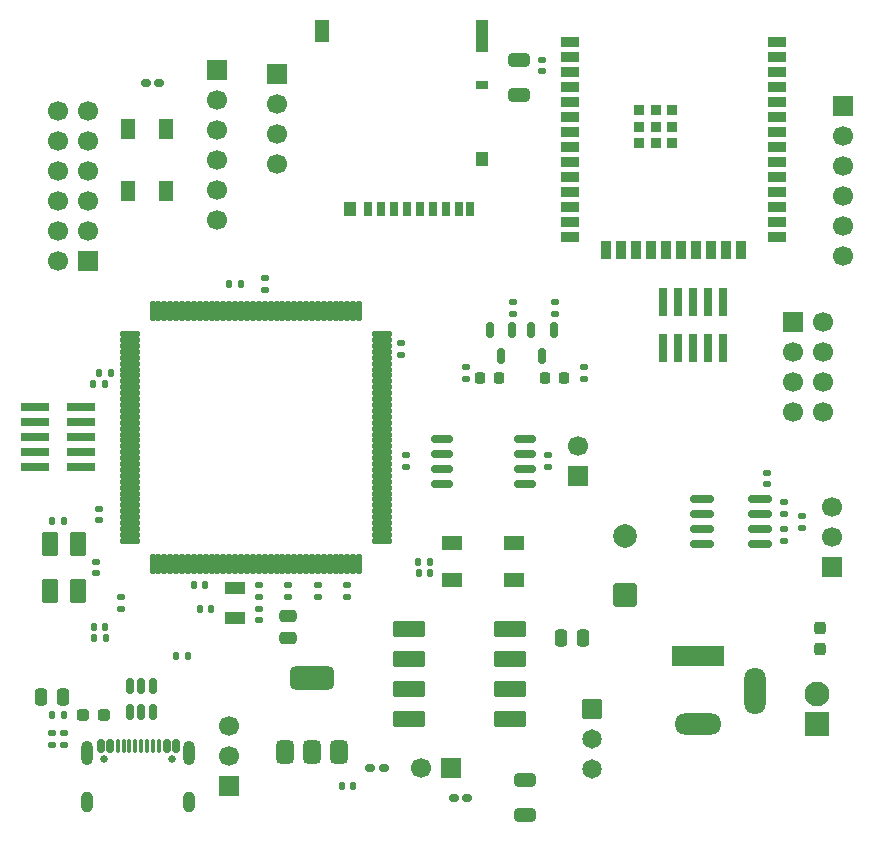
<source format=gbr>
%TF.GenerationSoftware,KiCad,Pcbnew,9.0.3*%
%TF.CreationDate,2025-07-13T20:53:51+12:00*%
%TF.ProjectId,RemiRAT,52656d69-5241-4542-9e6b-696361645f70,rev?*%
%TF.SameCoordinates,Original*%
%TF.FileFunction,Soldermask,Top*%
%TF.FilePolarity,Negative*%
%FSLAX46Y46*%
G04 Gerber Fmt 4.6, Leading zero omitted, Abs format (unit mm)*
G04 Created by KiCad (PCBNEW 9.0.3) date 2025-07-13 20:53:51*
%MOMM*%
%LPD*%
G01*
G04 APERTURE LIST*
G04 Aperture macros list*
%AMRoundRect*
0 Rectangle with rounded corners*
0 $1 Rounding radius*
0 $2 $3 $4 $5 $6 $7 $8 $9 X,Y pos of 4 corners*
0 Add a 4 corners polygon primitive as box body*
4,1,4,$2,$3,$4,$5,$6,$7,$8,$9,$2,$3,0*
0 Add four circle primitives for the rounded corners*
1,1,$1+$1,$2,$3*
1,1,$1+$1,$4,$5*
1,1,$1+$1,$6,$7*
1,1,$1+$1,$8,$9*
0 Add four rect primitives between the rounded corners*
20,1,$1+$1,$2,$3,$4,$5,0*
20,1,$1+$1,$4,$5,$6,$7,0*
20,1,$1+$1,$6,$7,$8,$9,0*
20,1,$1+$1,$8,$9,$2,$3,0*%
G04 Aperture macros list end*
%ADD10R,4.400000X1.800000*%
%ADD11O,4.000000X1.800000*%
%ADD12O,1.800000X4.000000*%
%ADD13R,1.700000X1.700000*%
%ADD14C,1.700000*%
%ADD15RoundRect,0.250000X0.250000X0.475000X-0.250000X0.475000X-0.250000X-0.475000X0.250000X-0.475000X0*%
%ADD16C,2.100000*%
%ADD17RoundRect,0.250001X0.799999X-0.799999X0.799999X0.799999X-0.799999X0.799999X-0.799999X-0.799999X0*%
%ADD18RoundRect,0.160000X-0.222500X-0.160000X0.222500X-0.160000X0.222500X0.160000X-0.222500X0.160000X0*%
%ADD19RoundRect,0.140000X0.170000X-0.140000X0.170000X0.140000X-0.170000X0.140000X-0.170000X-0.140000X0*%
%ADD20RoundRect,0.237500X-0.287500X-0.237500X0.287500X-0.237500X0.287500X0.237500X-0.287500X0.237500X0*%
%ADD21RoundRect,0.150000X-0.825000X-0.150000X0.825000X-0.150000X0.825000X0.150000X-0.825000X0.150000X0*%
%ADD22RoundRect,0.140000X-0.140000X-0.170000X0.140000X-0.170000X0.140000X0.170000X-0.140000X0.170000X0*%
%ADD23RoundRect,0.135000X0.185000X-0.135000X0.185000X0.135000X-0.185000X0.135000X-0.185000X-0.135000X0*%
%ADD24RoundRect,0.102000X0.500000X-0.775000X0.500000X0.775000X-0.500000X0.775000X-0.500000X-0.775000X0*%
%ADD25RoundRect,0.150000X-0.150000X0.512500X-0.150000X-0.512500X0.150000X-0.512500X0.150000X0.512500X0*%
%ADD26RoundRect,0.135000X0.135000X0.185000X-0.135000X0.185000X-0.135000X-0.185000X0.135000X-0.185000X0*%
%ADD27RoundRect,0.250000X-0.650000X0.325000X-0.650000X-0.325000X0.650000X-0.325000X0.650000X0.325000X0*%
%ADD28RoundRect,0.140000X0.140000X0.170000X-0.140000X0.170000X-0.140000X-0.170000X0.140000X-0.170000X0*%
%ADD29RoundRect,0.102000X-0.735000X-0.140000X0.735000X-0.140000X0.735000X0.140000X-0.735000X0.140000X0*%
%ADD30RoundRect,0.102000X-0.140000X-0.735000X0.140000X-0.735000X0.140000X0.735000X-0.140000X0.735000X0*%
%ADD31RoundRect,0.250000X0.750000X-0.750000X0.750000X0.750000X-0.750000X0.750000X-0.750000X-0.750000X0*%
%ADD32C,2.000000*%
%ADD33RoundRect,0.218750X-0.218750X-0.256250X0.218750X-0.256250X0.218750X0.256250X-0.218750X0.256250X0*%
%ADD34R,0.700000X1.200000*%
%ADD35R,1.000000X0.800000*%
%ADD36R,1.000000X1.200000*%
%ADD37R,1.000000X2.800000*%
%ADD38R,1.300000X1.900000*%
%ADD39RoundRect,0.140000X-0.170000X0.140000X-0.170000X-0.140000X0.170000X-0.140000X0.170000X0.140000X0*%
%ADD40RoundRect,0.375000X0.375000X-0.625000X0.375000X0.625000X-0.375000X0.625000X-0.375000X-0.625000X0*%
%ADD41RoundRect,0.500000X1.400000X-0.500000X1.400000X0.500000X-1.400000X0.500000X-1.400000X-0.500000X0*%
%ADD42RoundRect,0.135000X-0.135000X-0.185000X0.135000X-0.185000X0.135000X0.185000X-0.135000X0.185000X0*%
%ADD43RoundRect,0.237500X0.237500X-0.287500X0.237500X0.287500X-0.237500X0.287500X-0.237500X-0.287500X0*%
%ADD44RoundRect,0.250000X0.650000X-0.325000X0.650000X0.325000X-0.650000X0.325000X-0.650000X-0.325000X0*%
%ADD45RoundRect,0.218750X0.218750X0.256250X-0.218750X0.256250X-0.218750X-0.256250X0.218750X-0.256250X0*%
%ADD46RoundRect,0.102000X-0.600000X-0.900000X0.600000X-0.900000X0.600000X0.900000X-0.600000X0.900000X0*%
%ADD47C,0.650000*%
%ADD48RoundRect,0.150000X-0.150000X-0.425000X0.150000X-0.425000X0.150000X0.425000X-0.150000X0.425000X0*%
%ADD49RoundRect,0.075000X-0.075000X-0.500000X0.075000X-0.500000X0.075000X0.500000X-0.075000X0.500000X0*%
%ADD50O,1.000000X2.100000*%
%ADD51O,1.000000X1.800000*%
%ADD52R,0.740000X2.400000*%
%ADD53RoundRect,0.250000X-0.475000X0.250000X-0.475000X-0.250000X0.475000X-0.250000X0.475000X0.250000X0*%
%ADD54RoundRect,0.102000X-1.220000X-0.565000X1.220000X-0.565000X1.220000X0.565000X-1.220000X0.565000X0*%
%ADD55R,1.498600X0.889000*%
%ADD56R,0.889000X1.498600*%
%ADD57R,0.889000X0.889000*%
%ADD58RoundRect,0.135000X-0.185000X0.135000X-0.185000X-0.135000X0.185000X-0.135000X0.185000X0.135000X0*%
%ADD59RoundRect,0.102000X-0.724000X0.724000X-0.724000X-0.724000X0.724000X-0.724000X0.724000X0.724000X0*%
%ADD60C,1.652000*%
%ADD61RoundRect,0.150000X-0.800000X-0.150000X0.800000X-0.150000X0.800000X0.150000X-0.800000X0.150000X0*%
%ADD62R,2.400000X0.740000*%
%ADD63RoundRect,0.102000X0.775000X0.500000X-0.775000X0.500000X-0.775000X-0.500000X0.775000X-0.500000X0*%
%ADD64R,1.800000X1.000000*%
%ADD65RoundRect,0.150000X0.150000X-0.512500X0.150000X0.512500X-0.150000X0.512500X-0.150000X-0.512500X0*%
G04 APERTURE END LIST*
D10*
%TO.C,J15*%
X175700000Y-106000000D03*
D11*
X175700000Y-111800000D03*
D12*
X180500000Y-109000000D03*
%TD*%
D13*
%TO.C,J14*%
X154775000Y-115500000D03*
D14*
X152235000Y-115500000D03*
%TD*%
D15*
%TO.C,C12*%
X164050000Y-104500000D03*
X165950000Y-104500000D03*
%TD*%
D16*
%TO.C,J10*%
X185800000Y-109230000D03*
D17*
X185800000Y-111770000D03*
%TD*%
D18*
%TO.C,F5*%
X155000000Y-118000000D03*
X156145000Y-118000000D03*
%TD*%
D19*
%TO.C,C25*%
X181500000Y-91480000D03*
X181500000Y-90520000D03*
%TD*%
D20*
%TO.C,F1*%
X123625000Y-111000000D03*
X125375000Y-111000000D03*
%TD*%
D21*
%TO.C,U5*%
X176025000Y-92730000D03*
X176025000Y-94000000D03*
X176025000Y-95270000D03*
X176025000Y-96540000D03*
X180975000Y-96540000D03*
X180975000Y-95270000D03*
X180975000Y-94000000D03*
X180975000Y-92730000D03*
%TD*%
D22*
%TO.C,C5*%
X121020000Y-94600000D03*
X121980000Y-94600000D03*
%TD*%
D23*
%TO.C,R11*%
X160050000Y-77010000D03*
X160050000Y-75990000D03*
%TD*%
D19*
%TO.C,C6*%
X138500000Y-102980000D03*
X138500000Y-102020000D03*
%TD*%
D24*
%TO.C,S3*%
X127400000Y-66625000D03*
X127400000Y-61375000D03*
X130600000Y-66625000D03*
X130600000Y-61375000D03*
%TD*%
D23*
%TO.C,R2*%
X121000000Y-113510000D03*
X121000000Y-112490000D03*
%TD*%
D25*
%TO.C,Q2*%
X159950000Y-78362500D03*
X158050000Y-78362500D03*
X159000000Y-80637500D03*
%TD*%
D23*
%TO.C,R17*%
X183000000Y-94000000D03*
X183000000Y-92980000D03*
%TD*%
D26*
%TO.C,R5*%
X153010000Y-98000000D03*
X151990000Y-98000000D03*
%TD*%
D19*
%TO.C,C21*%
X150500000Y-80480000D03*
X150500000Y-79520000D03*
%TD*%
D27*
%TO.C,C8*%
X160500000Y-55525000D03*
X160500000Y-58475000D03*
%TD*%
D28*
%TO.C,C23*%
X125500000Y-103515000D03*
X124540000Y-103515000D03*
%TD*%
D29*
%TO.C,U1*%
X127580000Y-78750000D03*
X127580000Y-79250000D03*
X127580000Y-79750000D03*
X127580000Y-80250000D03*
X127580000Y-80750000D03*
X127580000Y-81250000D03*
X127580000Y-81750000D03*
X127580000Y-82250000D03*
X127580000Y-82750000D03*
X127580000Y-83250000D03*
X127580000Y-83750000D03*
X127580000Y-84250000D03*
X127580000Y-84750000D03*
X127580000Y-85250000D03*
X127580000Y-85750000D03*
X127580000Y-86250000D03*
X127580000Y-86750000D03*
X127580000Y-87250000D03*
X127580000Y-87750000D03*
X127580000Y-88250000D03*
X127580000Y-88750000D03*
X127580000Y-89250000D03*
X127580000Y-89750000D03*
X127580000Y-90250000D03*
X127580000Y-90750000D03*
X127580000Y-91250000D03*
X127580000Y-91750000D03*
X127580000Y-92250000D03*
X127580000Y-92750000D03*
X127580000Y-93250000D03*
X127580000Y-93750000D03*
X127580000Y-94250000D03*
X127580000Y-94750000D03*
X127580000Y-95250000D03*
X127580000Y-95750000D03*
X127580000Y-96250000D03*
D30*
X129500000Y-98170000D03*
X130000000Y-98170000D03*
X130500000Y-98170000D03*
X131000000Y-98170000D03*
X131500000Y-98170000D03*
X132000000Y-98170000D03*
X132500000Y-98170000D03*
X133000000Y-98170000D03*
X133500000Y-98170000D03*
X134000000Y-98170000D03*
X134500000Y-98170000D03*
X135000000Y-98170000D03*
X135500000Y-98170000D03*
X136000000Y-98170000D03*
X136500000Y-98170000D03*
X137000000Y-98170000D03*
X137500000Y-98170000D03*
X138000000Y-98170000D03*
X138500000Y-98170000D03*
X139000000Y-98170000D03*
X139500000Y-98170000D03*
X140000000Y-98170000D03*
X140500000Y-98170000D03*
X141000000Y-98170000D03*
X141500000Y-98170000D03*
X142000000Y-98170000D03*
X142500000Y-98170000D03*
X143000000Y-98170000D03*
X143500000Y-98170000D03*
X144000000Y-98170000D03*
X144500000Y-98170000D03*
X145000000Y-98170000D03*
X145500000Y-98170000D03*
X146000000Y-98170000D03*
X146500000Y-98170000D03*
X147000000Y-98170000D03*
D29*
X148920000Y-96250000D03*
X148920000Y-95750000D03*
X148920000Y-95250000D03*
X148920000Y-94750000D03*
X148920000Y-94250000D03*
X148920000Y-93750000D03*
X148920000Y-93250000D03*
X148920000Y-92750000D03*
X148920000Y-92250000D03*
X148920000Y-91750000D03*
X148920000Y-91250000D03*
X148920000Y-90750000D03*
X148920000Y-90250000D03*
X148920000Y-89750000D03*
X148920000Y-89250000D03*
X148920000Y-88750000D03*
X148920000Y-88250000D03*
X148920000Y-87750000D03*
X148920000Y-87250000D03*
X148920000Y-86750000D03*
X148920000Y-86250000D03*
X148920000Y-85750000D03*
X148920000Y-85250000D03*
X148920000Y-84750000D03*
X148920000Y-84250000D03*
X148920000Y-83750000D03*
X148920000Y-83250000D03*
X148920000Y-82750000D03*
X148920000Y-82250000D03*
X148920000Y-81750000D03*
X148920000Y-81250000D03*
X148920000Y-80750000D03*
X148920000Y-80250000D03*
X148920000Y-79750000D03*
X148920000Y-79250000D03*
X148920000Y-78750000D03*
D30*
X147000000Y-76830000D03*
X146500000Y-76830000D03*
X146000000Y-76830000D03*
X145500000Y-76830000D03*
X145000000Y-76830000D03*
X144500000Y-76830000D03*
X144000000Y-76830000D03*
X143500000Y-76830000D03*
X143000000Y-76830000D03*
X142500000Y-76830000D03*
X142000000Y-76830000D03*
X141500000Y-76830000D03*
X141000000Y-76830000D03*
X140500000Y-76830000D03*
X140000000Y-76830000D03*
X139500000Y-76830000D03*
X139000000Y-76830000D03*
X138500000Y-76830000D03*
X138000000Y-76830000D03*
X137500000Y-76830000D03*
X137000000Y-76830000D03*
X136500000Y-76830000D03*
X136000000Y-76830000D03*
X135500000Y-76830000D03*
X135000000Y-76830000D03*
X134500000Y-76830000D03*
X134000000Y-76830000D03*
X133500000Y-76830000D03*
X133000000Y-76830000D03*
X132500000Y-76830000D03*
X132000000Y-76830000D03*
X131500000Y-76830000D03*
X131000000Y-76830000D03*
X130500000Y-76830000D03*
X130000000Y-76830000D03*
X129500000Y-76830000D03*
%TD*%
D31*
%TO.C,C11*%
X169500000Y-100867677D03*
D32*
X169500000Y-95867677D03*
%TD*%
D33*
%TO.C,LD1*%
X162762500Y-82500000D03*
X164337500Y-82500000D03*
%TD*%
D34*
%TO.C,J4*%
X147755000Y-68190000D03*
X148855000Y-68190000D03*
X149955000Y-68190000D03*
X151055000Y-68190000D03*
X152155000Y-68190000D03*
X153255000Y-68190000D03*
X154355000Y-68190000D03*
X155455000Y-68190000D03*
X156405000Y-68190000D03*
D35*
X157355000Y-57690000D03*
D36*
X157355000Y-63890000D03*
D37*
X157355000Y-53540000D03*
D36*
X146205000Y-68190000D03*
D38*
X143855000Y-53090000D03*
%TD*%
D39*
%TO.C,C7*%
X138500000Y-100020000D03*
X138500000Y-100980000D03*
%TD*%
D40*
%TO.C,VR1*%
X140700000Y-114150000D03*
X143000000Y-114150000D03*
X145300000Y-114150000D03*
D41*
X143000000Y-107850000D03*
%TD*%
D42*
%TO.C,R4*%
X131490000Y-106000000D03*
X132510000Y-106000000D03*
%TD*%
D19*
%TO.C,C10*%
X125000000Y-94480000D03*
X125000000Y-93520000D03*
%TD*%
D43*
%TO.C,F3*%
X186000000Y-105375000D03*
X186000000Y-103625000D03*
%TD*%
D28*
%TO.C,C3*%
X152980000Y-99000000D03*
X152020000Y-99000000D03*
%TD*%
D44*
%TO.C,C13*%
X161000000Y-119475000D03*
X161000000Y-116525000D03*
%TD*%
D26*
%TO.C,R6*%
X125530000Y-104515000D03*
X124510000Y-104515000D03*
%TD*%
D19*
%TO.C,R15*%
X184500000Y-95130000D03*
X184500000Y-94170000D03*
%TD*%
%TO.C,R7*%
X163000000Y-89980000D03*
X163000000Y-89020000D03*
%TD*%
D23*
%TO.C,R1*%
X122000000Y-113510000D03*
X122000000Y-112490000D03*
%TD*%
D45*
%TO.C,LD2*%
X158837500Y-82500000D03*
X157262500Y-82500000D03*
%TD*%
D13*
%TO.C,J11*%
X136000000Y-117000000D03*
D14*
X136000000Y-114460000D03*
X136000000Y-111920000D03*
%TD*%
D26*
%TO.C,R14*%
X126010000Y-82000000D03*
X124990000Y-82000000D03*
%TD*%
D46*
%TO.C,Y1*%
X120800000Y-96500000D03*
X120800000Y-100500000D03*
X123200000Y-100500000D03*
X123200000Y-96500000D03*
%TD*%
D13*
%TO.C,J3*%
X188000000Y-59460000D03*
D14*
X188000000Y-62000000D03*
X188000000Y-64540000D03*
X188000000Y-67080000D03*
X188000000Y-69620000D03*
X188000000Y-72160000D03*
%TD*%
D13*
%TO.C,J9*%
X183725000Y-77690000D03*
D14*
X186265000Y-77690000D03*
X183725000Y-80230000D03*
X186265000Y-80230000D03*
X183725000Y-82770000D03*
X186265000Y-82770000D03*
X183725000Y-85310000D03*
X186265000Y-85310000D03*
%TD*%
D19*
%TO.C,C4*%
X124750000Y-99010000D03*
X124750000Y-98050000D03*
%TD*%
D13*
%TO.C,J7*%
X140000000Y-56690000D03*
D14*
X140000000Y-59230000D03*
X140000000Y-61770000D03*
X140000000Y-64310000D03*
%TD*%
D13*
%TO.C,J12*%
X165500000Y-90775000D03*
D14*
X165500000Y-88235000D03*
%TD*%
D22*
%TO.C,C18*%
X133020000Y-100000000D03*
X133980000Y-100000000D03*
%TD*%
D19*
%TO.C,C24*%
X151000000Y-89980000D03*
X151000000Y-89020000D03*
%TD*%
D23*
%TO.C,R12*%
X156000000Y-82510000D03*
X156000000Y-81490000D03*
%TD*%
D28*
%TO.C,C19*%
X125460000Y-83000000D03*
X124500000Y-83000000D03*
%TD*%
D22*
%TO.C,C14*%
X145520000Y-117000000D03*
X146480000Y-117000000D03*
%TD*%
D39*
%TO.C,C15*%
X141000000Y-100020000D03*
X141000000Y-100980000D03*
%TD*%
D23*
%TO.C,R9*%
X163550000Y-77010000D03*
X163550000Y-75990000D03*
%TD*%
D15*
%TO.C,C2*%
X121950000Y-109500000D03*
X120050000Y-109500000D03*
%TD*%
D47*
%TO.C,J1*%
X125410000Y-114712500D03*
X131190000Y-114712500D03*
D48*
X125100000Y-113637500D03*
X125900000Y-113637500D03*
D49*
X127050000Y-113637500D03*
X128050000Y-113637500D03*
X128550000Y-113637500D03*
X129550000Y-113637500D03*
D48*
X130700000Y-113637500D03*
X131500000Y-113637500D03*
X131500000Y-113637500D03*
X130700000Y-113637500D03*
D49*
X130050000Y-113637500D03*
X129050000Y-113637500D03*
X127550000Y-113637500D03*
X126550000Y-113637500D03*
D48*
X125900000Y-113637500D03*
X125100000Y-113637500D03*
D50*
X123980000Y-114212500D03*
D51*
X123980000Y-118392500D03*
D50*
X132620000Y-114212500D03*
D51*
X132620000Y-118392500D03*
%TD*%
D52*
%TO.C,J2*%
X172690000Y-79900000D03*
X172690000Y-76000000D03*
X173960000Y-79900000D03*
X173960000Y-76000000D03*
X175230000Y-79900000D03*
X175230000Y-76000000D03*
X176500000Y-79900000D03*
X176500000Y-76000000D03*
X177770000Y-79900000D03*
X177770000Y-76000000D03*
%TD*%
D53*
%TO.C,C16*%
X141000000Y-102600000D03*
X141000000Y-104500000D03*
%TD*%
D13*
%TO.C,J12*%
X187000000Y-98440000D03*
D14*
X187000000Y-95900000D03*
X187000000Y-93360000D03*
%TD*%
D54*
%TO.C,S2*%
X151200000Y-103690000D03*
X151200000Y-106230000D03*
X151200000Y-108770000D03*
X151200000Y-111310000D03*
X159800000Y-111310000D03*
X159800000Y-108770000D03*
X159800000Y-106230000D03*
X159800000Y-103690000D03*
%TD*%
D55*
%TO.C,U2*%
X164854300Y-54000000D03*
X164854300Y-55270000D03*
X164854300Y-56540000D03*
X164854300Y-57810000D03*
X164854300Y-59080000D03*
X164854300Y-60350000D03*
X164854300Y-61620000D03*
X164854300Y-62890000D03*
X164854300Y-64160000D03*
X164854300Y-65430000D03*
X164854300Y-66700000D03*
X164854300Y-67970000D03*
X164854300Y-69240000D03*
X164854300Y-70510000D03*
D56*
X167889300Y-71605002D03*
X169159300Y-71605002D03*
X170429300Y-71605002D03*
X171699300Y-71605002D03*
X172969300Y-71605002D03*
X174239300Y-71605002D03*
X175509300Y-71605002D03*
X176779300Y-71605002D03*
X178049300Y-71605002D03*
X179319300Y-71605002D03*
D55*
X182354300Y-70510000D03*
X182354300Y-69240000D03*
X182354300Y-67970000D03*
X182354300Y-66700000D03*
X182354300Y-65430000D03*
X182354300Y-64160000D03*
X182354300Y-62890000D03*
X182354300Y-61620000D03*
X182354300Y-60350000D03*
X182354300Y-59080000D03*
X182354300Y-57810000D03*
X182354300Y-56540000D03*
X182354300Y-55270000D03*
X182354300Y-54000000D03*
D57*
X172100000Y-61186200D03*
X170700000Y-59786200D03*
X170700000Y-61186200D03*
X170700000Y-62586200D03*
X172100000Y-62586200D03*
X172100000Y-59786200D03*
X173500000Y-59786200D03*
X173500000Y-61186200D03*
X173500000Y-62586200D03*
%TD*%
D58*
%TO.C,R16*%
X183000000Y-95240000D03*
X183000000Y-96260000D03*
%TD*%
D59*
%TO.C,VR2*%
X166700000Y-110500000D03*
D60*
X166700000Y-113040000D03*
X166700000Y-115580000D03*
%TD*%
D13*
%TO.C,J8*%
X124040000Y-72540000D03*
D14*
X121500000Y-72540000D03*
X124040000Y-70000000D03*
X121500000Y-70000000D03*
X124040000Y-67460000D03*
X121500000Y-67460000D03*
X124040000Y-64920000D03*
X121500000Y-64920000D03*
X124040000Y-62380000D03*
X121500000Y-62380000D03*
X124040000Y-59840000D03*
X121500000Y-59840000D03*
%TD*%
D28*
%TO.C,C1*%
X121980000Y-111000000D03*
X121020000Y-111000000D03*
%TD*%
D23*
%TO.C,R10*%
X166000000Y-82510000D03*
X166000000Y-81490000D03*
%TD*%
D19*
%TO.C,C20*%
X139000000Y-74980000D03*
X139000000Y-74020000D03*
%TD*%
D18*
%TO.C,F4*%
X147927500Y-115500000D03*
X149072500Y-115500000D03*
%TD*%
D61*
%TO.C,U4*%
X154000000Y-87595000D03*
X154000000Y-88865000D03*
X154000000Y-90135000D03*
X154000000Y-91405000D03*
X161000000Y-91405000D03*
X161000000Y-90135000D03*
X161000000Y-88865000D03*
X161000000Y-87595000D03*
%TD*%
D62*
%TO.C,J5*%
X119550000Y-84960000D03*
X123450000Y-84960000D03*
X119550000Y-86230000D03*
X123450000Y-86230000D03*
X119550000Y-87500000D03*
X123450000Y-87500000D03*
X119550000Y-88770000D03*
X123450000Y-88770000D03*
X119550000Y-90040000D03*
X123450000Y-90040000D03*
%TD*%
D39*
%TO.C,C17*%
X143500000Y-100020000D03*
X143500000Y-100980000D03*
%TD*%
D58*
%TO.C,R13*%
X146000000Y-99990000D03*
X146000000Y-101010000D03*
%TD*%
D22*
%TO.C,C22*%
X133520000Y-102000000D03*
X134480000Y-102000000D03*
%TD*%
D23*
%TO.C,R3*%
X126800000Y-102010000D03*
X126800000Y-100990000D03*
%TD*%
D63*
%TO.C,S1*%
X160125000Y-99600000D03*
X154875000Y-99600000D03*
X160125000Y-96400000D03*
X154875000Y-96400000D03*
%TD*%
D18*
%TO.C,F2*%
X128927500Y-57500000D03*
X130072500Y-57500000D03*
%TD*%
D39*
%TO.C,C9*%
X162500000Y-55520000D03*
X162500000Y-56480000D03*
%TD*%
D42*
%TO.C,R8*%
X135990000Y-74500000D03*
X137010000Y-74500000D03*
%TD*%
D13*
%TO.C,J6*%
X135000000Y-56420000D03*
D14*
X135000000Y-58960000D03*
X135000000Y-61500000D03*
X135000000Y-64040000D03*
X135000000Y-66580000D03*
X135000000Y-69120000D03*
%TD*%
D64*
%TO.C,Y2*%
X136500000Y-100250000D03*
X136500000Y-102750000D03*
%TD*%
D25*
%TO.C,Q1*%
X163450000Y-78362500D03*
X161550000Y-78362500D03*
X162500000Y-80637500D03*
%TD*%
D65*
%TO.C,U3*%
X127600000Y-110775000D03*
X128550000Y-110775000D03*
X129500000Y-110775000D03*
X129500000Y-108500000D03*
X128550000Y-108500000D03*
X127600000Y-108500000D03*
%TD*%
M02*

</source>
